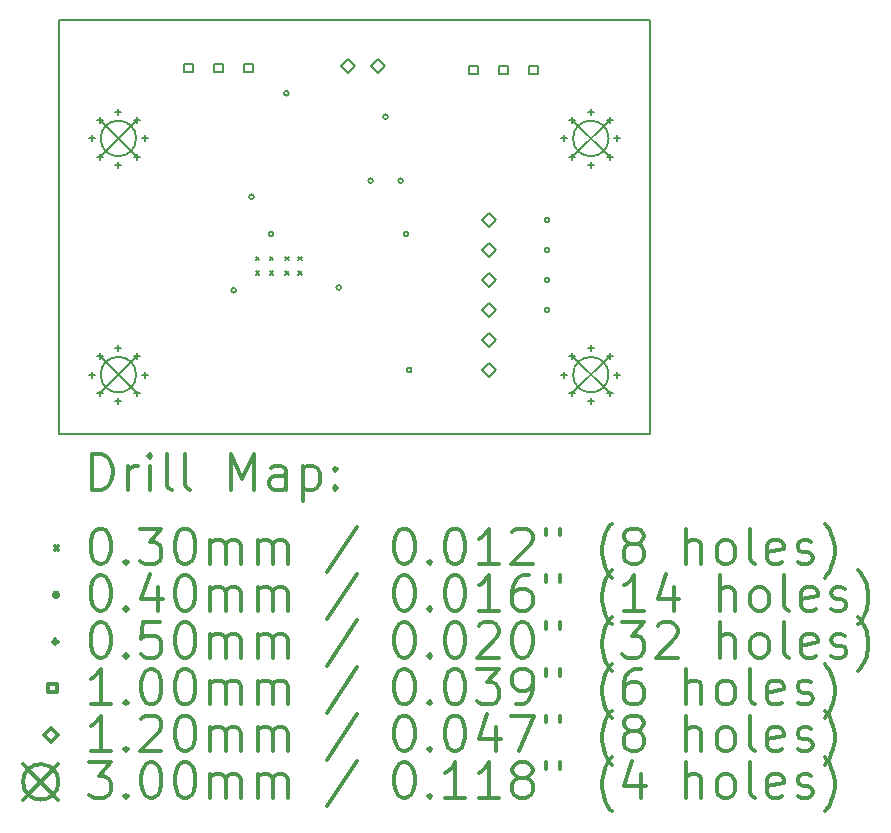
<source format=gbr>
%FSLAX45Y45*%
G04 Gerber Fmt 4.5, Leading zero omitted, Abs format (unit mm)*
G04 Created by KiCad (PCBNEW 5.0.0) date Sun Oct 21 13:37:43 2018*
%MOMM*%
%LPD*%
G01*
G04 APERTURE LIST*
%ADD10C,0.150000*%
%ADD11C,0.200000*%
%ADD12C,0.300000*%
G04 APERTURE END LIST*
D10*
X18313007Y-12266029D02*
X13313007Y-12266029D01*
X18313007Y-8766029D02*
X18313007Y-12266029D01*
X13313007Y-8766029D02*
X18313007Y-8766029D01*
X13313007Y-12266029D02*
X13313007Y-8766029D01*
D11*
X14975007Y-10768529D02*
X15005007Y-10798529D01*
X15005007Y-10768529D02*
X14975007Y-10798529D01*
X14975007Y-10888529D02*
X15005007Y-10918529D01*
X15005007Y-10888529D02*
X14975007Y-10918529D01*
X15095007Y-10768529D02*
X15125007Y-10798529D01*
X15125007Y-10768529D02*
X15095007Y-10798529D01*
X15095007Y-10888529D02*
X15125007Y-10918529D01*
X15125007Y-10888529D02*
X15095007Y-10918529D01*
X15225007Y-10768529D02*
X15255007Y-10798529D01*
X15255007Y-10768529D02*
X15225007Y-10798529D01*
X15225007Y-10888529D02*
X15255007Y-10918529D01*
X15255007Y-10888529D02*
X15225007Y-10918529D01*
X15335007Y-10768529D02*
X15365007Y-10798529D01*
X15365007Y-10768529D02*
X15335007Y-10798529D01*
X15335007Y-10888529D02*
X15365007Y-10918529D01*
X15365007Y-10888529D02*
X15335007Y-10918529D01*
X14809007Y-11052529D02*
G75*
G03X14809007Y-11052529I-20000J0D01*
G01*
X14960000Y-10260000D02*
G75*
G03X14960000Y-10260000I-20000J0D01*
G01*
X15126507Y-10573529D02*
G75*
G03X15126507Y-10573529I-20000J0D01*
G01*
X15255000Y-9384000D02*
G75*
G03X15255000Y-9384000I-20000J0D01*
G01*
X15698007Y-11028029D02*
G75*
G03X15698007Y-11028029I-20000J0D01*
G01*
X15968000Y-10123000D02*
G75*
G03X15968000Y-10123000I-20000J0D01*
G01*
X16095000Y-9583000D02*
G75*
G03X16095000Y-9583000I-20000J0D01*
G01*
X16222000Y-10123000D02*
G75*
G03X16222000Y-10123000I-20000J0D01*
G01*
X16269507Y-10573529D02*
G75*
G03X16269507Y-10573529I-20000J0D01*
G01*
X16295507Y-11726529D02*
G75*
G03X16295507Y-11726529I-20000J0D01*
G01*
X17462407Y-10456529D02*
G75*
G03X17462407Y-10456529I-20000J0D01*
G01*
X17462407Y-10710529D02*
G75*
G03X17462407Y-10710529I-20000J0D01*
G01*
X17462407Y-10964529D02*
G75*
G03X17462407Y-10964529I-20000J0D01*
G01*
X17462407Y-11218529D02*
G75*
G03X17462407Y-11218529I-20000J0D01*
G01*
X13588007Y-9741029D02*
X13588007Y-9791029D01*
X13563007Y-9766029D02*
X13613007Y-9766029D01*
X13653908Y-9581930D02*
X13653908Y-9631930D01*
X13628908Y-9606930D02*
X13678908Y-9606930D01*
X13653908Y-9900128D02*
X13653908Y-9950128D01*
X13628908Y-9925128D02*
X13678908Y-9925128D01*
X13813007Y-9516029D02*
X13813007Y-9566029D01*
X13788007Y-9541029D02*
X13838007Y-9541029D01*
X13813007Y-9966029D02*
X13813007Y-10016029D01*
X13788007Y-9991029D02*
X13838007Y-9991029D01*
X13972106Y-9581930D02*
X13972106Y-9631930D01*
X13947106Y-9606930D02*
X13997106Y-9606930D01*
X13972106Y-9900128D02*
X13972106Y-9950128D01*
X13947106Y-9925128D02*
X13997106Y-9925128D01*
X14038007Y-9741029D02*
X14038007Y-9791029D01*
X14013007Y-9766029D02*
X14063007Y-9766029D01*
X17588007Y-11741029D02*
X17588007Y-11791029D01*
X17563007Y-11766029D02*
X17613007Y-11766029D01*
X17653908Y-11581930D02*
X17653908Y-11631930D01*
X17628908Y-11606930D02*
X17678908Y-11606930D01*
X17653908Y-11900128D02*
X17653908Y-11950128D01*
X17628908Y-11925128D02*
X17678908Y-11925128D01*
X17813007Y-11516029D02*
X17813007Y-11566029D01*
X17788007Y-11541029D02*
X17838007Y-11541029D01*
X17813007Y-11966029D02*
X17813007Y-12016029D01*
X17788007Y-11991029D02*
X17838007Y-11991029D01*
X17972106Y-11581930D02*
X17972106Y-11631930D01*
X17947106Y-11606930D02*
X17997106Y-11606930D01*
X17972106Y-11900128D02*
X17972106Y-11950128D01*
X17947106Y-11925128D02*
X17997106Y-11925128D01*
X18038007Y-11741029D02*
X18038007Y-11791029D01*
X18013007Y-11766029D02*
X18063007Y-11766029D01*
X17588007Y-9741029D02*
X17588007Y-9791029D01*
X17563007Y-9766029D02*
X17613007Y-9766029D01*
X17653908Y-9581930D02*
X17653908Y-9631930D01*
X17628908Y-9606930D02*
X17678908Y-9606930D01*
X17653908Y-9900128D02*
X17653908Y-9950128D01*
X17628908Y-9925128D02*
X17678908Y-9925128D01*
X17813007Y-9516029D02*
X17813007Y-9566029D01*
X17788007Y-9541029D02*
X17838007Y-9541029D01*
X17813007Y-9966029D02*
X17813007Y-10016029D01*
X17788007Y-9991029D02*
X17838007Y-9991029D01*
X17972106Y-9581930D02*
X17972106Y-9631930D01*
X17947106Y-9606930D02*
X17997106Y-9606930D01*
X17972106Y-9900128D02*
X17972106Y-9950128D01*
X17947106Y-9925128D02*
X17997106Y-9925128D01*
X18038007Y-9741029D02*
X18038007Y-9791029D01*
X18013007Y-9766029D02*
X18063007Y-9766029D01*
X13588007Y-11741029D02*
X13588007Y-11791029D01*
X13563007Y-11766029D02*
X13613007Y-11766029D01*
X13653908Y-11581930D02*
X13653908Y-11631930D01*
X13628908Y-11606930D02*
X13678908Y-11606930D01*
X13653908Y-11900128D02*
X13653908Y-11950128D01*
X13628908Y-11925128D02*
X13678908Y-11925128D01*
X13813007Y-11516029D02*
X13813007Y-11566029D01*
X13788007Y-11541029D02*
X13838007Y-11541029D01*
X13813007Y-11966029D02*
X13813007Y-12016029D01*
X13788007Y-11991029D02*
X13838007Y-11991029D01*
X13972106Y-11581930D02*
X13972106Y-11631930D01*
X13947106Y-11606930D02*
X13997106Y-11606930D01*
X13972106Y-11900128D02*
X13972106Y-11950128D01*
X13947106Y-11925128D02*
X13997106Y-11925128D01*
X14038007Y-11741029D02*
X14038007Y-11791029D01*
X14013007Y-11766029D02*
X14063007Y-11766029D01*
X16856363Y-9221885D02*
X16856363Y-9151174D01*
X16785652Y-9151174D01*
X16785652Y-9221885D01*
X16856363Y-9221885D01*
X17110363Y-9221885D02*
X17110363Y-9151174D01*
X17039652Y-9151174D01*
X17039652Y-9221885D01*
X17110363Y-9221885D01*
X17364363Y-9221885D02*
X17364363Y-9151174D01*
X17293652Y-9151174D01*
X17293652Y-9221885D01*
X17364363Y-9221885D01*
X14443363Y-9206885D02*
X14443363Y-9136174D01*
X14372651Y-9136174D01*
X14372651Y-9206885D01*
X14443363Y-9206885D01*
X14697363Y-9206885D02*
X14697363Y-9136174D01*
X14626651Y-9136174D01*
X14626651Y-9206885D01*
X14697363Y-9206885D01*
X14951363Y-9206885D02*
X14951363Y-9136174D01*
X14880651Y-9136174D01*
X14880651Y-9206885D01*
X14951363Y-9206885D01*
X15757500Y-9214500D02*
X15817500Y-9154500D01*
X15757500Y-9094500D01*
X15697500Y-9154500D01*
X15757500Y-9214500D01*
X16011500Y-9214500D02*
X16071500Y-9154500D01*
X16011500Y-9094500D01*
X15951500Y-9154500D01*
X16011500Y-9214500D01*
X16948007Y-10516529D02*
X17008007Y-10456529D01*
X16948007Y-10396529D01*
X16888007Y-10456529D01*
X16948007Y-10516529D01*
X16948007Y-10770529D02*
X17008007Y-10710529D01*
X16948007Y-10650529D01*
X16888007Y-10710529D01*
X16948007Y-10770529D01*
X16948007Y-11024529D02*
X17008007Y-10964529D01*
X16948007Y-10904529D01*
X16888007Y-10964529D01*
X16948007Y-11024529D01*
X16948007Y-11278529D02*
X17008007Y-11218529D01*
X16948007Y-11158529D01*
X16888007Y-11218529D01*
X16948007Y-11278529D01*
X16948007Y-11532529D02*
X17008007Y-11472529D01*
X16948007Y-11412529D01*
X16888007Y-11472529D01*
X16948007Y-11532529D01*
X16948007Y-11786529D02*
X17008007Y-11726529D01*
X16948007Y-11666529D01*
X16888007Y-11726529D01*
X16948007Y-11786529D01*
X17663007Y-9616029D02*
X17963007Y-9916029D01*
X17963007Y-9616029D02*
X17663007Y-9916029D01*
X17963007Y-9766029D02*
G75*
G03X17963007Y-9766029I-150000J0D01*
G01*
X13663007Y-11616029D02*
X13963007Y-11916029D01*
X13963007Y-11616029D02*
X13663007Y-11916029D01*
X13963007Y-11766029D02*
G75*
G03X13963007Y-11766029I-150000J0D01*
G01*
X13663007Y-9616029D02*
X13963007Y-9916029D01*
X13963007Y-9616029D02*
X13663007Y-9916029D01*
X13963007Y-9766029D02*
G75*
G03X13963007Y-9766029I-150000J0D01*
G01*
X17663007Y-11616029D02*
X17963007Y-11916029D01*
X17963007Y-11616029D02*
X17663007Y-11916029D01*
X17963007Y-11766029D02*
G75*
G03X17963007Y-11766029I-150000J0D01*
G01*
D12*
X13591936Y-12739244D02*
X13591936Y-12439244D01*
X13663364Y-12439244D01*
X13706221Y-12453529D01*
X13734793Y-12482101D01*
X13749078Y-12510672D01*
X13763364Y-12567815D01*
X13763364Y-12610672D01*
X13749078Y-12667815D01*
X13734793Y-12696386D01*
X13706221Y-12724958D01*
X13663364Y-12739244D01*
X13591936Y-12739244D01*
X13891936Y-12739244D02*
X13891936Y-12539244D01*
X13891936Y-12596386D02*
X13906221Y-12567815D01*
X13920507Y-12553529D01*
X13949078Y-12539244D01*
X13977650Y-12539244D01*
X14077650Y-12739244D02*
X14077650Y-12539244D01*
X14077650Y-12439244D02*
X14063364Y-12453529D01*
X14077650Y-12467815D01*
X14091936Y-12453529D01*
X14077650Y-12439244D01*
X14077650Y-12467815D01*
X14263364Y-12739244D02*
X14234793Y-12724958D01*
X14220507Y-12696386D01*
X14220507Y-12439244D01*
X14420507Y-12739244D02*
X14391936Y-12724958D01*
X14377650Y-12696386D01*
X14377650Y-12439244D01*
X14763364Y-12739244D02*
X14763364Y-12439244D01*
X14863364Y-12653529D01*
X14963364Y-12439244D01*
X14963364Y-12739244D01*
X15234793Y-12739244D02*
X15234793Y-12582101D01*
X15220507Y-12553529D01*
X15191936Y-12539244D01*
X15134793Y-12539244D01*
X15106221Y-12553529D01*
X15234793Y-12724958D02*
X15206221Y-12739244D01*
X15134793Y-12739244D01*
X15106221Y-12724958D01*
X15091936Y-12696386D01*
X15091936Y-12667815D01*
X15106221Y-12639244D01*
X15134793Y-12624958D01*
X15206221Y-12624958D01*
X15234793Y-12610672D01*
X15377650Y-12539244D02*
X15377650Y-12839244D01*
X15377650Y-12553529D02*
X15406221Y-12539244D01*
X15463364Y-12539244D01*
X15491936Y-12553529D01*
X15506221Y-12567815D01*
X15520507Y-12596386D01*
X15520507Y-12682101D01*
X15506221Y-12710672D01*
X15491936Y-12724958D01*
X15463364Y-12739244D01*
X15406221Y-12739244D01*
X15377650Y-12724958D01*
X15649078Y-12710672D02*
X15663364Y-12724958D01*
X15649078Y-12739244D01*
X15634793Y-12724958D01*
X15649078Y-12710672D01*
X15649078Y-12739244D01*
X15649078Y-12553529D02*
X15663364Y-12567815D01*
X15649078Y-12582101D01*
X15634793Y-12567815D01*
X15649078Y-12553529D01*
X15649078Y-12582101D01*
X13275507Y-13218529D02*
X13305507Y-13248529D01*
X13305507Y-13218529D02*
X13275507Y-13248529D01*
X13649078Y-13069244D02*
X13677650Y-13069244D01*
X13706221Y-13083529D01*
X13720507Y-13097815D01*
X13734793Y-13126386D01*
X13749078Y-13183529D01*
X13749078Y-13254958D01*
X13734793Y-13312101D01*
X13720507Y-13340672D01*
X13706221Y-13354958D01*
X13677650Y-13369244D01*
X13649078Y-13369244D01*
X13620507Y-13354958D01*
X13606221Y-13340672D01*
X13591936Y-13312101D01*
X13577650Y-13254958D01*
X13577650Y-13183529D01*
X13591936Y-13126386D01*
X13606221Y-13097815D01*
X13620507Y-13083529D01*
X13649078Y-13069244D01*
X13877650Y-13340672D02*
X13891936Y-13354958D01*
X13877650Y-13369244D01*
X13863364Y-13354958D01*
X13877650Y-13340672D01*
X13877650Y-13369244D01*
X13991936Y-13069244D02*
X14177650Y-13069244D01*
X14077650Y-13183529D01*
X14120507Y-13183529D01*
X14149078Y-13197815D01*
X14163364Y-13212101D01*
X14177650Y-13240672D01*
X14177650Y-13312101D01*
X14163364Y-13340672D01*
X14149078Y-13354958D01*
X14120507Y-13369244D01*
X14034793Y-13369244D01*
X14006221Y-13354958D01*
X13991936Y-13340672D01*
X14363364Y-13069244D02*
X14391936Y-13069244D01*
X14420507Y-13083529D01*
X14434793Y-13097815D01*
X14449078Y-13126386D01*
X14463364Y-13183529D01*
X14463364Y-13254958D01*
X14449078Y-13312101D01*
X14434793Y-13340672D01*
X14420507Y-13354958D01*
X14391936Y-13369244D01*
X14363364Y-13369244D01*
X14334793Y-13354958D01*
X14320507Y-13340672D01*
X14306221Y-13312101D01*
X14291936Y-13254958D01*
X14291936Y-13183529D01*
X14306221Y-13126386D01*
X14320507Y-13097815D01*
X14334793Y-13083529D01*
X14363364Y-13069244D01*
X14591936Y-13369244D02*
X14591936Y-13169244D01*
X14591936Y-13197815D02*
X14606221Y-13183529D01*
X14634793Y-13169244D01*
X14677650Y-13169244D01*
X14706221Y-13183529D01*
X14720507Y-13212101D01*
X14720507Y-13369244D01*
X14720507Y-13212101D02*
X14734793Y-13183529D01*
X14763364Y-13169244D01*
X14806221Y-13169244D01*
X14834793Y-13183529D01*
X14849078Y-13212101D01*
X14849078Y-13369244D01*
X14991936Y-13369244D02*
X14991936Y-13169244D01*
X14991936Y-13197815D02*
X15006221Y-13183529D01*
X15034793Y-13169244D01*
X15077650Y-13169244D01*
X15106221Y-13183529D01*
X15120507Y-13212101D01*
X15120507Y-13369244D01*
X15120507Y-13212101D02*
X15134793Y-13183529D01*
X15163364Y-13169244D01*
X15206221Y-13169244D01*
X15234793Y-13183529D01*
X15249078Y-13212101D01*
X15249078Y-13369244D01*
X15834793Y-13054958D02*
X15577650Y-13440672D01*
X16220507Y-13069244D02*
X16249078Y-13069244D01*
X16277650Y-13083529D01*
X16291936Y-13097815D01*
X16306221Y-13126386D01*
X16320507Y-13183529D01*
X16320507Y-13254958D01*
X16306221Y-13312101D01*
X16291936Y-13340672D01*
X16277650Y-13354958D01*
X16249078Y-13369244D01*
X16220507Y-13369244D01*
X16191936Y-13354958D01*
X16177650Y-13340672D01*
X16163364Y-13312101D01*
X16149078Y-13254958D01*
X16149078Y-13183529D01*
X16163364Y-13126386D01*
X16177650Y-13097815D01*
X16191936Y-13083529D01*
X16220507Y-13069244D01*
X16449078Y-13340672D02*
X16463364Y-13354958D01*
X16449078Y-13369244D01*
X16434793Y-13354958D01*
X16449078Y-13340672D01*
X16449078Y-13369244D01*
X16649078Y-13069244D02*
X16677650Y-13069244D01*
X16706221Y-13083529D01*
X16720507Y-13097815D01*
X16734793Y-13126386D01*
X16749078Y-13183529D01*
X16749078Y-13254958D01*
X16734793Y-13312101D01*
X16720507Y-13340672D01*
X16706221Y-13354958D01*
X16677650Y-13369244D01*
X16649078Y-13369244D01*
X16620507Y-13354958D01*
X16606221Y-13340672D01*
X16591936Y-13312101D01*
X16577650Y-13254958D01*
X16577650Y-13183529D01*
X16591936Y-13126386D01*
X16606221Y-13097815D01*
X16620507Y-13083529D01*
X16649078Y-13069244D01*
X17034793Y-13369244D02*
X16863364Y-13369244D01*
X16949079Y-13369244D02*
X16949079Y-13069244D01*
X16920507Y-13112101D01*
X16891936Y-13140672D01*
X16863364Y-13154958D01*
X17149079Y-13097815D02*
X17163364Y-13083529D01*
X17191936Y-13069244D01*
X17263364Y-13069244D01*
X17291936Y-13083529D01*
X17306221Y-13097815D01*
X17320507Y-13126386D01*
X17320507Y-13154958D01*
X17306221Y-13197815D01*
X17134793Y-13369244D01*
X17320507Y-13369244D01*
X17434793Y-13069244D02*
X17434793Y-13126386D01*
X17549079Y-13069244D02*
X17549079Y-13126386D01*
X17991936Y-13483529D02*
X17977650Y-13469244D01*
X17949079Y-13426386D01*
X17934793Y-13397815D01*
X17920507Y-13354958D01*
X17906221Y-13283529D01*
X17906221Y-13226386D01*
X17920507Y-13154958D01*
X17934793Y-13112101D01*
X17949079Y-13083529D01*
X17977650Y-13040672D01*
X17991936Y-13026386D01*
X18149079Y-13197815D02*
X18120507Y-13183529D01*
X18106221Y-13169244D01*
X18091936Y-13140672D01*
X18091936Y-13126386D01*
X18106221Y-13097815D01*
X18120507Y-13083529D01*
X18149079Y-13069244D01*
X18206221Y-13069244D01*
X18234793Y-13083529D01*
X18249079Y-13097815D01*
X18263364Y-13126386D01*
X18263364Y-13140672D01*
X18249079Y-13169244D01*
X18234793Y-13183529D01*
X18206221Y-13197815D01*
X18149079Y-13197815D01*
X18120507Y-13212101D01*
X18106221Y-13226386D01*
X18091936Y-13254958D01*
X18091936Y-13312101D01*
X18106221Y-13340672D01*
X18120507Y-13354958D01*
X18149079Y-13369244D01*
X18206221Y-13369244D01*
X18234793Y-13354958D01*
X18249079Y-13340672D01*
X18263364Y-13312101D01*
X18263364Y-13254958D01*
X18249079Y-13226386D01*
X18234793Y-13212101D01*
X18206221Y-13197815D01*
X18620507Y-13369244D02*
X18620507Y-13069244D01*
X18749079Y-13369244D02*
X18749079Y-13212101D01*
X18734793Y-13183529D01*
X18706221Y-13169244D01*
X18663364Y-13169244D01*
X18634793Y-13183529D01*
X18620507Y-13197815D01*
X18934793Y-13369244D02*
X18906221Y-13354958D01*
X18891936Y-13340672D01*
X18877650Y-13312101D01*
X18877650Y-13226386D01*
X18891936Y-13197815D01*
X18906221Y-13183529D01*
X18934793Y-13169244D01*
X18977650Y-13169244D01*
X19006221Y-13183529D01*
X19020507Y-13197815D01*
X19034793Y-13226386D01*
X19034793Y-13312101D01*
X19020507Y-13340672D01*
X19006221Y-13354958D01*
X18977650Y-13369244D01*
X18934793Y-13369244D01*
X19206221Y-13369244D02*
X19177650Y-13354958D01*
X19163364Y-13326386D01*
X19163364Y-13069244D01*
X19434793Y-13354958D02*
X19406221Y-13369244D01*
X19349079Y-13369244D01*
X19320507Y-13354958D01*
X19306221Y-13326386D01*
X19306221Y-13212101D01*
X19320507Y-13183529D01*
X19349079Y-13169244D01*
X19406221Y-13169244D01*
X19434793Y-13183529D01*
X19449079Y-13212101D01*
X19449079Y-13240672D01*
X19306221Y-13269244D01*
X19563364Y-13354958D02*
X19591936Y-13369244D01*
X19649079Y-13369244D01*
X19677650Y-13354958D01*
X19691936Y-13326386D01*
X19691936Y-13312101D01*
X19677650Y-13283529D01*
X19649079Y-13269244D01*
X19606221Y-13269244D01*
X19577650Y-13254958D01*
X19563364Y-13226386D01*
X19563364Y-13212101D01*
X19577650Y-13183529D01*
X19606221Y-13169244D01*
X19649079Y-13169244D01*
X19677650Y-13183529D01*
X19791936Y-13483529D02*
X19806221Y-13469244D01*
X19834793Y-13426386D01*
X19849079Y-13397815D01*
X19863364Y-13354958D01*
X19877650Y-13283529D01*
X19877650Y-13226386D01*
X19863364Y-13154958D01*
X19849079Y-13112101D01*
X19834793Y-13083529D01*
X19806221Y-13040672D01*
X19791936Y-13026386D01*
X13305507Y-13629529D02*
G75*
G03X13305507Y-13629529I-20000J0D01*
G01*
X13649078Y-13465244D02*
X13677650Y-13465244D01*
X13706221Y-13479529D01*
X13720507Y-13493815D01*
X13734793Y-13522386D01*
X13749078Y-13579529D01*
X13749078Y-13650958D01*
X13734793Y-13708101D01*
X13720507Y-13736672D01*
X13706221Y-13750958D01*
X13677650Y-13765244D01*
X13649078Y-13765244D01*
X13620507Y-13750958D01*
X13606221Y-13736672D01*
X13591936Y-13708101D01*
X13577650Y-13650958D01*
X13577650Y-13579529D01*
X13591936Y-13522386D01*
X13606221Y-13493815D01*
X13620507Y-13479529D01*
X13649078Y-13465244D01*
X13877650Y-13736672D02*
X13891936Y-13750958D01*
X13877650Y-13765244D01*
X13863364Y-13750958D01*
X13877650Y-13736672D01*
X13877650Y-13765244D01*
X14149078Y-13565244D02*
X14149078Y-13765244D01*
X14077650Y-13450958D02*
X14006221Y-13665244D01*
X14191936Y-13665244D01*
X14363364Y-13465244D02*
X14391936Y-13465244D01*
X14420507Y-13479529D01*
X14434793Y-13493815D01*
X14449078Y-13522386D01*
X14463364Y-13579529D01*
X14463364Y-13650958D01*
X14449078Y-13708101D01*
X14434793Y-13736672D01*
X14420507Y-13750958D01*
X14391936Y-13765244D01*
X14363364Y-13765244D01*
X14334793Y-13750958D01*
X14320507Y-13736672D01*
X14306221Y-13708101D01*
X14291936Y-13650958D01*
X14291936Y-13579529D01*
X14306221Y-13522386D01*
X14320507Y-13493815D01*
X14334793Y-13479529D01*
X14363364Y-13465244D01*
X14591936Y-13765244D02*
X14591936Y-13565244D01*
X14591936Y-13593815D02*
X14606221Y-13579529D01*
X14634793Y-13565244D01*
X14677650Y-13565244D01*
X14706221Y-13579529D01*
X14720507Y-13608101D01*
X14720507Y-13765244D01*
X14720507Y-13608101D02*
X14734793Y-13579529D01*
X14763364Y-13565244D01*
X14806221Y-13565244D01*
X14834793Y-13579529D01*
X14849078Y-13608101D01*
X14849078Y-13765244D01*
X14991936Y-13765244D02*
X14991936Y-13565244D01*
X14991936Y-13593815D02*
X15006221Y-13579529D01*
X15034793Y-13565244D01*
X15077650Y-13565244D01*
X15106221Y-13579529D01*
X15120507Y-13608101D01*
X15120507Y-13765244D01*
X15120507Y-13608101D02*
X15134793Y-13579529D01*
X15163364Y-13565244D01*
X15206221Y-13565244D01*
X15234793Y-13579529D01*
X15249078Y-13608101D01*
X15249078Y-13765244D01*
X15834793Y-13450958D02*
X15577650Y-13836672D01*
X16220507Y-13465244D02*
X16249078Y-13465244D01*
X16277650Y-13479529D01*
X16291936Y-13493815D01*
X16306221Y-13522386D01*
X16320507Y-13579529D01*
X16320507Y-13650958D01*
X16306221Y-13708101D01*
X16291936Y-13736672D01*
X16277650Y-13750958D01*
X16249078Y-13765244D01*
X16220507Y-13765244D01*
X16191936Y-13750958D01*
X16177650Y-13736672D01*
X16163364Y-13708101D01*
X16149078Y-13650958D01*
X16149078Y-13579529D01*
X16163364Y-13522386D01*
X16177650Y-13493815D01*
X16191936Y-13479529D01*
X16220507Y-13465244D01*
X16449078Y-13736672D02*
X16463364Y-13750958D01*
X16449078Y-13765244D01*
X16434793Y-13750958D01*
X16449078Y-13736672D01*
X16449078Y-13765244D01*
X16649078Y-13465244D02*
X16677650Y-13465244D01*
X16706221Y-13479529D01*
X16720507Y-13493815D01*
X16734793Y-13522386D01*
X16749078Y-13579529D01*
X16749078Y-13650958D01*
X16734793Y-13708101D01*
X16720507Y-13736672D01*
X16706221Y-13750958D01*
X16677650Y-13765244D01*
X16649078Y-13765244D01*
X16620507Y-13750958D01*
X16606221Y-13736672D01*
X16591936Y-13708101D01*
X16577650Y-13650958D01*
X16577650Y-13579529D01*
X16591936Y-13522386D01*
X16606221Y-13493815D01*
X16620507Y-13479529D01*
X16649078Y-13465244D01*
X17034793Y-13765244D02*
X16863364Y-13765244D01*
X16949079Y-13765244D02*
X16949079Y-13465244D01*
X16920507Y-13508101D01*
X16891936Y-13536672D01*
X16863364Y-13550958D01*
X17291936Y-13465244D02*
X17234793Y-13465244D01*
X17206221Y-13479529D01*
X17191936Y-13493815D01*
X17163364Y-13536672D01*
X17149079Y-13593815D01*
X17149079Y-13708101D01*
X17163364Y-13736672D01*
X17177650Y-13750958D01*
X17206221Y-13765244D01*
X17263364Y-13765244D01*
X17291936Y-13750958D01*
X17306221Y-13736672D01*
X17320507Y-13708101D01*
X17320507Y-13636672D01*
X17306221Y-13608101D01*
X17291936Y-13593815D01*
X17263364Y-13579529D01*
X17206221Y-13579529D01*
X17177650Y-13593815D01*
X17163364Y-13608101D01*
X17149079Y-13636672D01*
X17434793Y-13465244D02*
X17434793Y-13522386D01*
X17549079Y-13465244D02*
X17549079Y-13522386D01*
X17991936Y-13879529D02*
X17977650Y-13865244D01*
X17949079Y-13822386D01*
X17934793Y-13793815D01*
X17920507Y-13750958D01*
X17906221Y-13679529D01*
X17906221Y-13622386D01*
X17920507Y-13550958D01*
X17934793Y-13508101D01*
X17949079Y-13479529D01*
X17977650Y-13436672D01*
X17991936Y-13422386D01*
X18263364Y-13765244D02*
X18091936Y-13765244D01*
X18177650Y-13765244D02*
X18177650Y-13465244D01*
X18149079Y-13508101D01*
X18120507Y-13536672D01*
X18091936Y-13550958D01*
X18520507Y-13565244D02*
X18520507Y-13765244D01*
X18449079Y-13450958D02*
X18377650Y-13665244D01*
X18563364Y-13665244D01*
X18906221Y-13765244D02*
X18906221Y-13465244D01*
X19034793Y-13765244D02*
X19034793Y-13608101D01*
X19020507Y-13579529D01*
X18991936Y-13565244D01*
X18949079Y-13565244D01*
X18920507Y-13579529D01*
X18906221Y-13593815D01*
X19220507Y-13765244D02*
X19191936Y-13750958D01*
X19177650Y-13736672D01*
X19163364Y-13708101D01*
X19163364Y-13622386D01*
X19177650Y-13593815D01*
X19191936Y-13579529D01*
X19220507Y-13565244D01*
X19263364Y-13565244D01*
X19291936Y-13579529D01*
X19306221Y-13593815D01*
X19320507Y-13622386D01*
X19320507Y-13708101D01*
X19306221Y-13736672D01*
X19291936Y-13750958D01*
X19263364Y-13765244D01*
X19220507Y-13765244D01*
X19491936Y-13765244D02*
X19463364Y-13750958D01*
X19449079Y-13722386D01*
X19449079Y-13465244D01*
X19720507Y-13750958D02*
X19691936Y-13765244D01*
X19634793Y-13765244D01*
X19606221Y-13750958D01*
X19591936Y-13722386D01*
X19591936Y-13608101D01*
X19606221Y-13579529D01*
X19634793Y-13565244D01*
X19691936Y-13565244D01*
X19720507Y-13579529D01*
X19734793Y-13608101D01*
X19734793Y-13636672D01*
X19591936Y-13665244D01*
X19849079Y-13750958D02*
X19877650Y-13765244D01*
X19934793Y-13765244D01*
X19963364Y-13750958D01*
X19977650Y-13722386D01*
X19977650Y-13708101D01*
X19963364Y-13679529D01*
X19934793Y-13665244D01*
X19891936Y-13665244D01*
X19863364Y-13650958D01*
X19849079Y-13622386D01*
X19849079Y-13608101D01*
X19863364Y-13579529D01*
X19891936Y-13565244D01*
X19934793Y-13565244D01*
X19963364Y-13579529D01*
X20077650Y-13879529D02*
X20091936Y-13865244D01*
X20120507Y-13822386D01*
X20134793Y-13793815D01*
X20149079Y-13750958D01*
X20163364Y-13679529D01*
X20163364Y-13622386D01*
X20149079Y-13550958D01*
X20134793Y-13508101D01*
X20120507Y-13479529D01*
X20091936Y-13436672D01*
X20077650Y-13422386D01*
X13280507Y-14000529D02*
X13280507Y-14050529D01*
X13255507Y-14025529D02*
X13305507Y-14025529D01*
X13649078Y-13861244D02*
X13677650Y-13861244D01*
X13706221Y-13875529D01*
X13720507Y-13889815D01*
X13734793Y-13918386D01*
X13749078Y-13975529D01*
X13749078Y-14046958D01*
X13734793Y-14104101D01*
X13720507Y-14132672D01*
X13706221Y-14146958D01*
X13677650Y-14161244D01*
X13649078Y-14161244D01*
X13620507Y-14146958D01*
X13606221Y-14132672D01*
X13591936Y-14104101D01*
X13577650Y-14046958D01*
X13577650Y-13975529D01*
X13591936Y-13918386D01*
X13606221Y-13889815D01*
X13620507Y-13875529D01*
X13649078Y-13861244D01*
X13877650Y-14132672D02*
X13891936Y-14146958D01*
X13877650Y-14161244D01*
X13863364Y-14146958D01*
X13877650Y-14132672D01*
X13877650Y-14161244D01*
X14163364Y-13861244D02*
X14020507Y-13861244D01*
X14006221Y-14004101D01*
X14020507Y-13989815D01*
X14049078Y-13975529D01*
X14120507Y-13975529D01*
X14149078Y-13989815D01*
X14163364Y-14004101D01*
X14177650Y-14032672D01*
X14177650Y-14104101D01*
X14163364Y-14132672D01*
X14149078Y-14146958D01*
X14120507Y-14161244D01*
X14049078Y-14161244D01*
X14020507Y-14146958D01*
X14006221Y-14132672D01*
X14363364Y-13861244D02*
X14391936Y-13861244D01*
X14420507Y-13875529D01*
X14434793Y-13889815D01*
X14449078Y-13918386D01*
X14463364Y-13975529D01*
X14463364Y-14046958D01*
X14449078Y-14104101D01*
X14434793Y-14132672D01*
X14420507Y-14146958D01*
X14391936Y-14161244D01*
X14363364Y-14161244D01*
X14334793Y-14146958D01*
X14320507Y-14132672D01*
X14306221Y-14104101D01*
X14291936Y-14046958D01*
X14291936Y-13975529D01*
X14306221Y-13918386D01*
X14320507Y-13889815D01*
X14334793Y-13875529D01*
X14363364Y-13861244D01*
X14591936Y-14161244D02*
X14591936Y-13961244D01*
X14591936Y-13989815D02*
X14606221Y-13975529D01*
X14634793Y-13961244D01*
X14677650Y-13961244D01*
X14706221Y-13975529D01*
X14720507Y-14004101D01*
X14720507Y-14161244D01*
X14720507Y-14004101D02*
X14734793Y-13975529D01*
X14763364Y-13961244D01*
X14806221Y-13961244D01*
X14834793Y-13975529D01*
X14849078Y-14004101D01*
X14849078Y-14161244D01*
X14991936Y-14161244D02*
X14991936Y-13961244D01*
X14991936Y-13989815D02*
X15006221Y-13975529D01*
X15034793Y-13961244D01*
X15077650Y-13961244D01*
X15106221Y-13975529D01*
X15120507Y-14004101D01*
X15120507Y-14161244D01*
X15120507Y-14004101D02*
X15134793Y-13975529D01*
X15163364Y-13961244D01*
X15206221Y-13961244D01*
X15234793Y-13975529D01*
X15249078Y-14004101D01*
X15249078Y-14161244D01*
X15834793Y-13846958D02*
X15577650Y-14232672D01*
X16220507Y-13861244D02*
X16249078Y-13861244D01*
X16277650Y-13875529D01*
X16291936Y-13889815D01*
X16306221Y-13918386D01*
X16320507Y-13975529D01*
X16320507Y-14046958D01*
X16306221Y-14104101D01*
X16291936Y-14132672D01*
X16277650Y-14146958D01*
X16249078Y-14161244D01*
X16220507Y-14161244D01*
X16191936Y-14146958D01*
X16177650Y-14132672D01*
X16163364Y-14104101D01*
X16149078Y-14046958D01*
X16149078Y-13975529D01*
X16163364Y-13918386D01*
X16177650Y-13889815D01*
X16191936Y-13875529D01*
X16220507Y-13861244D01*
X16449078Y-14132672D02*
X16463364Y-14146958D01*
X16449078Y-14161244D01*
X16434793Y-14146958D01*
X16449078Y-14132672D01*
X16449078Y-14161244D01*
X16649078Y-13861244D02*
X16677650Y-13861244D01*
X16706221Y-13875529D01*
X16720507Y-13889815D01*
X16734793Y-13918386D01*
X16749078Y-13975529D01*
X16749078Y-14046958D01*
X16734793Y-14104101D01*
X16720507Y-14132672D01*
X16706221Y-14146958D01*
X16677650Y-14161244D01*
X16649078Y-14161244D01*
X16620507Y-14146958D01*
X16606221Y-14132672D01*
X16591936Y-14104101D01*
X16577650Y-14046958D01*
X16577650Y-13975529D01*
X16591936Y-13918386D01*
X16606221Y-13889815D01*
X16620507Y-13875529D01*
X16649078Y-13861244D01*
X16863364Y-13889815D02*
X16877650Y-13875529D01*
X16906221Y-13861244D01*
X16977650Y-13861244D01*
X17006221Y-13875529D01*
X17020507Y-13889815D01*
X17034793Y-13918386D01*
X17034793Y-13946958D01*
X17020507Y-13989815D01*
X16849079Y-14161244D01*
X17034793Y-14161244D01*
X17220507Y-13861244D02*
X17249079Y-13861244D01*
X17277650Y-13875529D01*
X17291936Y-13889815D01*
X17306221Y-13918386D01*
X17320507Y-13975529D01*
X17320507Y-14046958D01*
X17306221Y-14104101D01*
X17291936Y-14132672D01*
X17277650Y-14146958D01*
X17249079Y-14161244D01*
X17220507Y-14161244D01*
X17191936Y-14146958D01*
X17177650Y-14132672D01*
X17163364Y-14104101D01*
X17149079Y-14046958D01*
X17149079Y-13975529D01*
X17163364Y-13918386D01*
X17177650Y-13889815D01*
X17191936Y-13875529D01*
X17220507Y-13861244D01*
X17434793Y-13861244D02*
X17434793Y-13918386D01*
X17549079Y-13861244D02*
X17549079Y-13918386D01*
X17991936Y-14275529D02*
X17977650Y-14261244D01*
X17949079Y-14218386D01*
X17934793Y-14189815D01*
X17920507Y-14146958D01*
X17906221Y-14075529D01*
X17906221Y-14018386D01*
X17920507Y-13946958D01*
X17934793Y-13904101D01*
X17949079Y-13875529D01*
X17977650Y-13832672D01*
X17991936Y-13818386D01*
X18077650Y-13861244D02*
X18263364Y-13861244D01*
X18163364Y-13975529D01*
X18206221Y-13975529D01*
X18234793Y-13989815D01*
X18249079Y-14004101D01*
X18263364Y-14032672D01*
X18263364Y-14104101D01*
X18249079Y-14132672D01*
X18234793Y-14146958D01*
X18206221Y-14161244D01*
X18120507Y-14161244D01*
X18091936Y-14146958D01*
X18077650Y-14132672D01*
X18377650Y-13889815D02*
X18391936Y-13875529D01*
X18420507Y-13861244D01*
X18491936Y-13861244D01*
X18520507Y-13875529D01*
X18534793Y-13889815D01*
X18549079Y-13918386D01*
X18549079Y-13946958D01*
X18534793Y-13989815D01*
X18363364Y-14161244D01*
X18549079Y-14161244D01*
X18906221Y-14161244D02*
X18906221Y-13861244D01*
X19034793Y-14161244D02*
X19034793Y-14004101D01*
X19020507Y-13975529D01*
X18991936Y-13961244D01*
X18949079Y-13961244D01*
X18920507Y-13975529D01*
X18906221Y-13989815D01*
X19220507Y-14161244D02*
X19191936Y-14146958D01*
X19177650Y-14132672D01*
X19163364Y-14104101D01*
X19163364Y-14018386D01*
X19177650Y-13989815D01*
X19191936Y-13975529D01*
X19220507Y-13961244D01*
X19263364Y-13961244D01*
X19291936Y-13975529D01*
X19306221Y-13989815D01*
X19320507Y-14018386D01*
X19320507Y-14104101D01*
X19306221Y-14132672D01*
X19291936Y-14146958D01*
X19263364Y-14161244D01*
X19220507Y-14161244D01*
X19491936Y-14161244D02*
X19463364Y-14146958D01*
X19449079Y-14118386D01*
X19449079Y-13861244D01*
X19720507Y-14146958D02*
X19691936Y-14161244D01*
X19634793Y-14161244D01*
X19606221Y-14146958D01*
X19591936Y-14118386D01*
X19591936Y-14004101D01*
X19606221Y-13975529D01*
X19634793Y-13961244D01*
X19691936Y-13961244D01*
X19720507Y-13975529D01*
X19734793Y-14004101D01*
X19734793Y-14032672D01*
X19591936Y-14061244D01*
X19849079Y-14146958D02*
X19877650Y-14161244D01*
X19934793Y-14161244D01*
X19963364Y-14146958D01*
X19977650Y-14118386D01*
X19977650Y-14104101D01*
X19963364Y-14075529D01*
X19934793Y-14061244D01*
X19891936Y-14061244D01*
X19863364Y-14046958D01*
X19849079Y-14018386D01*
X19849079Y-14004101D01*
X19863364Y-13975529D01*
X19891936Y-13961244D01*
X19934793Y-13961244D01*
X19963364Y-13975529D01*
X20077650Y-14275529D02*
X20091936Y-14261244D01*
X20120507Y-14218386D01*
X20134793Y-14189815D01*
X20149079Y-14146958D01*
X20163364Y-14075529D01*
X20163364Y-14018386D01*
X20149079Y-13946958D01*
X20134793Y-13904101D01*
X20120507Y-13875529D01*
X20091936Y-13832672D01*
X20077650Y-13818386D01*
X13290863Y-14456885D02*
X13290863Y-14386174D01*
X13220151Y-14386174D01*
X13220151Y-14456885D01*
X13290863Y-14456885D01*
X13749078Y-14557244D02*
X13577650Y-14557244D01*
X13663364Y-14557244D02*
X13663364Y-14257244D01*
X13634793Y-14300101D01*
X13606221Y-14328672D01*
X13577650Y-14342958D01*
X13877650Y-14528672D02*
X13891936Y-14542958D01*
X13877650Y-14557244D01*
X13863364Y-14542958D01*
X13877650Y-14528672D01*
X13877650Y-14557244D01*
X14077650Y-14257244D02*
X14106221Y-14257244D01*
X14134793Y-14271529D01*
X14149078Y-14285815D01*
X14163364Y-14314386D01*
X14177650Y-14371529D01*
X14177650Y-14442958D01*
X14163364Y-14500101D01*
X14149078Y-14528672D01*
X14134793Y-14542958D01*
X14106221Y-14557244D01*
X14077650Y-14557244D01*
X14049078Y-14542958D01*
X14034793Y-14528672D01*
X14020507Y-14500101D01*
X14006221Y-14442958D01*
X14006221Y-14371529D01*
X14020507Y-14314386D01*
X14034793Y-14285815D01*
X14049078Y-14271529D01*
X14077650Y-14257244D01*
X14363364Y-14257244D02*
X14391936Y-14257244D01*
X14420507Y-14271529D01*
X14434793Y-14285815D01*
X14449078Y-14314386D01*
X14463364Y-14371529D01*
X14463364Y-14442958D01*
X14449078Y-14500101D01*
X14434793Y-14528672D01*
X14420507Y-14542958D01*
X14391936Y-14557244D01*
X14363364Y-14557244D01*
X14334793Y-14542958D01*
X14320507Y-14528672D01*
X14306221Y-14500101D01*
X14291936Y-14442958D01*
X14291936Y-14371529D01*
X14306221Y-14314386D01*
X14320507Y-14285815D01*
X14334793Y-14271529D01*
X14363364Y-14257244D01*
X14591936Y-14557244D02*
X14591936Y-14357244D01*
X14591936Y-14385815D02*
X14606221Y-14371529D01*
X14634793Y-14357244D01*
X14677650Y-14357244D01*
X14706221Y-14371529D01*
X14720507Y-14400101D01*
X14720507Y-14557244D01*
X14720507Y-14400101D02*
X14734793Y-14371529D01*
X14763364Y-14357244D01*
X14806221Y-14357244D01*
X14834793Y-14371529D01*
X14849078Y-14400101D01*
X14849078Y-14557244D01*
X14991936Y-14557244D02*
X14991936Y-14357244D01*
X14991936Y-14385815D02*
X15006221Y-14371529D01*
X15034793Y-14357244D01*
X15077650Y-14357244D01*
X15106221Y-14371529D01*
X15120507Y-14400101D01*
X15120507Y-14557244D01*
X15120507Y-14400101D02*
X15134793Y-14371529D01*
X15163364Y-14357244D01*
X15206221Y-14357244D01*
X15234793Y-14371529D01*
X15249078Y-14400101D01*
X15249078Y-14557244D01*
X15834793Y-14242958D02*
X15577650Y-14628672D01*
X16220507Y-14257244D02*
X16249078Y-14257244D01*
X16277650Y-14271529D01*
X16291936Y-14285815D01*
X16306221Y-14314386D01*
X16320507Y-14371529D01*
X16320507Y-14442958D01*
X16306221Y-14500101D01*
X16291936Y-14528672D01*
X16277650Y-14542958D01*
X16249078Y-14557244D01*
X16220507Y-14557244D01*
X16191936Y-14542958D01*
X16177650Y-14528672D01*
X16163364Y-14500101D01*
X16149078Y-14442958D01*
X16149078Y-14371529D01*
X16163364Y-14314386D01*
X16177650Y-14285815D01*
X16191936Y-14271529D01*
X16220507Y-14257244D01*
X16449078Y-14528672D02*
X16463364Y-14542958D01*
X16449078Y-14557244D01*
X16434793Y-14542958D01*
X16449078Y-14528672D01*
X16449078Y-14557244D01*
X16649078Y-14257244D02*
X16677650Y-14257244D01*
X16706221Y-14271529D01*
X16720507Y-14285815D01*
X16734793Y-14314386D01*
X16749078Y-14371529D01*
X16749078Y-14442958D01*
X16734793Y-14500101D01*
X16720507Y-14528672D01*
X16706221Y-14542958D01*
X16677650Y-14557244D01*
X16649078Y-14557244D01*
X16620507Y-14542958D01*
X16606221Y-14528672D01*
X16591936Y-14500101D01*
X16577650Y-14442958D01*
X16577650Y-14371529D01*
X16591936Y-14314386D01*
X16606221Y-14285815D01*
X16620507Y-14271529D01*
X16649078Y-14257244D01*
X16849079Y-14257244D02*
X17034793Y-14257244D01*
X16934793Y-14371529D01*
X16977650Y-14371529D01*
X17006221Y-14385815D01*
X17020507Y-14400101D01*
X17034793Y-14428672D01*
X17034793Y-14500101D01*
X17020507Y-14528672D01*
X17006221Y-14542958D01*
X16977650Y-14557244D01*
X16891936Y-14557244D01*
X16863364Y-14542958D01*
X16849079Y-14528672D01*
X17177650Y-14557244D02*
X17234793Y-14557244D01*
X17263364Y-14542958D01*
X17277650Y-14528672D01*
X17306221Y-14485815D01*
X17320507Y-14428672D01*
X17320507Y-14314386D01*
X17306221Y-14285815D01*
X17291936Y-14271529D01*
X17263364Y-14257244D01*
X17206221Y-14257244D01*
X17177650Y-14271529D01*
X17163364Y-14285815D01*
X17149079Y-14314386D01*
X17149079Y-14385815D01*
X17163364Y-14414386D01*
X17177650Y-14428672D01*
X17206221Y-14442958D01*
X17263364Y-14442958D01*
X17291936Y-14428672D01*
X17306221Y-14414386D01*
X17320507Y-14385815D01*
X17434793Y-14257244D02*
X17434793Y-14314386D01*
X17549079Y-14257244D02*
X17549079Y-14314386D01*
X17991936Y-14671529D02*
X17977650Y-14657244D01*
X17949079Y-14614386D01*
X17934793Y-14585815D01*
X17920507Y-14542958D01*
X17906221Y-14471529D01*
X17906221Y-14414386D01*
X17920507Y-14342958D01*
X17934793Y-14300101D01*
X17949079Y-14271529D01*
X17977650Y-14228672D01*
X17991936Y-14214386D01*
X18234793Y-14257244D02*
X18177650Y-14257244D01*
X18149079Y-14271529D01*
X18134793Y-14285815D01*
X18106221Y-14328672D01*
X18091936Y-14385815D01*
X18091936Y-14500101D01*
X18106221Y-14528672D01*
X18120507Y-14542958D01*
X18149079Y-14557244D01*
X18206221Y-14557244D01*
X18234793Y-14542958D01*
X18249079Y-14528672D01*
X18263364Y-14500101D01*
X18263364Y-14428672D01*
X18249079Y-14400101D01*
X18234793Y-14385815D01*
X18206221Y-14371529D01*
X18149079Y-14371529D01*
X18120507Y-14385815D01*
X18106221Y-14400101D01*
X18091936Y-14428672D01*
X18620507Y-14557244D02*
X18620507Y-14257244D01*
X18749079Y-14557244D02*
X18749079Y-14400101D01*
X18734793Y-14371529D01*
X18706221Y-14357244D01*
X18663364Y-14357244D01*
X18634793Y-14371529D01*
X18620507Y-14385815D01*
X18934793Y-14557244D02*
X18906221Y-14542958D01*
X18891936Y-14528672D01*
X18877650Y-14500101D01*
X18877650Y-14414386D01*
X18891936Y-14385815D01*
X18906221Y-14371529D01*
X18934793Y-14357244D01*
X18977650Y-14357244D01*
X19006221Y-14371529D01*
X19020507Y-14385815D01*
X19034793Y-14414386D01*
X19034793Y-14500101D01*
X19020507Y-14528672D01*
X19006221Y-14542958D01*
X18977650Y-14557244D01*
X18934793Y-14557244D01*
X19206221Y-14557244D02*
X19177650Y-14542958D01*
X19163364Y-14514386D01*
X19163364Y-14257244D01*
X19434793Y-14542958D02*
X19406221Y-14557244D01*
X19349079Y-14557244D01*
X19320507Y-14542958D01*
X19306221Y-14514386D01*
X19306221Y-14400101D01*
X19320507Y-14371529D01*
X19349079Y-14357244D01*
X19406221Y-14357244D01*
X19434793Y-14371529D01*
X19449079Y-14400101D01*
X19449079Y-14428672D01*
X19306221Y-14457244D01*
X19563364Y-14542958D02*
X19591936Y-14557244D01*
X19649079Y-14557244D01*
X19677650Y-14542958D01*
X19691936Y-14514386D01*
X19691936Y-14500101D01*
X19677650Y-14471529D01*
X19649079Y-14457244D01*
X19606221Y-14457244D01*
X19577650Y-14442958D01*
X19563364Y-14414386D01*
X19563364Y-14400101D01*
X19577650Y-14371529D01*
X19606221Y-14357244D01*
X19649079Y-14357244D01*
X19677650Y-14371529D01*
X19791936Y-14671529D02*
X19806221Y-14657244D01*
X19834793Y-14614386D01*
X19849079Y-14585815D01*
X19863364Y-14542958D01*
X19877650Y-14471529D01*
X19877650Y-14414386D01*
X19863364Y-14342958D01*
X19849079Y-14300101D01*
X19834793Y-14271529D01*
X19806221Y-14228672D01*
X19791936Y-14214386D01*
X13245507Y-14877529D02*
X13305507Y-14817529D01*
X13245507Y-14757529D01*
X13185507Y-14817529D01*
X13245507Y-14877529D01*
X13749078Y-14953244D02*
X13577650Y-14953244D01*
X13663364Y-14953244D02*
X13663364Y-14653244D01*
X13634793Y-14696101D01*
X13606221Y-14724672D01*
X13577650Y-14738958D01*
X13877650Y-14924672D02*
X13891936Y-14938958D01*
X13877650Y-14953244D01*
X13863364Y-14938958D01*
X13877650Y-14924672D01*
X13877650Y-14953244D01*
X14006221Y-14681815D02*
X14020507Y-14667529D01*
X14049078Y-14653244D01*
X14120507Y-14653244D01*
X14149078Y-14667529D01*
X14163364Y-14681815D01*
X14177650Y-14710386D01*
X14177650Y-14738958D01*
X14163364Y-14781815D01*
X13991936Y-14953244D01*
X14177650Y-14953244D01*
X14363364Y-14653244D02*
X14391936Y-14653244D01*
X14420507Y-14667529D01*
X14434793Y-14681815D01*
X14449078Y-14710386D01*
X14463364Y-14767529D01*
X14463364Y-14838958D01*
X14449078Y-14896101D01*
X14434793Y-14924672D01*
X14420507Y-14938958D01*
X14391936Y-14953244D01*
X14363364Y-14953244D01*
X14334793Y-14938958D01*
X14320507Y-14924672D01*
X14306221Y-14896101D01*
X14291936Y-14838958D01*
X14291936Y-14767529D01*
X14306221Y-14710386D01*
X14320507Y-14681815D01*
X14334793Y-14667529D01*
X14363364Y-14653244D01*
X14591936Y-14953244D02*
X14591936Y-14753244D01*
X14591936Y-14781815D02*
X14606221Y-14767529D01*
X14634793Y-14753244D01*
X14677650Y-14753244D01*
X14706221Y-14767529D01*
X14720507Y-14796101D01*
X14720507Y-14953244D01*
X14720507Y-14796101D02*
X14734793Y-14767529D01*
X14763364Y-14753244D01*
X14806221Y-14753244D01*
X14834793Y-14767529D01*
X14849078Y-14796101D01*
X14849078Y-14953244D01*
X14991936Y-14953244D02*
X14991936Y-14753244D01*
X14991936Y-14781815D02*
X15006221Y-14767529D01*
X15034793Y-14753244D01*
X15077650Y-14753244D01*
X15106221Y-14767529D01*
X15120507Y-14796101D01*
X15120507Y-14953244D01*
X15120507Y-14796101D02*
X15134793Y-14767529D01*
X15163364Y-14753244D01*
X15206221Y-14753244D01*
X15234793Y-14767529D01*
X15249078Y-14796101D01*
X15249078Y-14953244D01*
X15834793Y-14638958D02*
X15577650Y-15024672D01*
X16220507Y-14653244D02*
X16249078Y-14653244D01*
X16277650Y-14667529D01*
X16291936Y-14681815D01*
X16306221Y-14710386D01*
X16320507Y-14767529D01*
X16320507Y-14838958D01*
X16306221Y-14896101D01*
X16291936Y-14924672D01*
X16277650Y-14938958D01*
X16249078Y-14953244D01*
X16220507Y-14953244D01*
X16191936Y-14938958D01*
X16177650Y-14924672D01*
X16163364Y-14896101D01*
X16149078Y-14838958D01*
X16149078Y-14767529D01*
X16163364Y-14710386D01*
X16177650Y-14681815D01*
X16191936Y-14667529D01*
X16220507Y-14653244D01*
X16449078Y-14924672D02*
X16463364Y-14938958D01*
X16449078Y-14953244D01*
X16434793Y-14938958D01*
X16449078Y-14924672D01*
X16449078Y-14953244D01*
X16649078Y-14653244D02*
X16677650Y-14653244D01*
X16706221Y-14667529D01*
X16720507Y-14681815D01*
X16734793Y-14710386D01*
X16749078Y-14767529D01*
X16749078Y-14838958D01*
X16734793Y-14896101D01*
X16720507Y-14924672D01*
X16706221Y-14938958D01*
X16677650Y-14953244D01*
X16649078Y-14953244D01*
X16620507Y-14938958D01*
X16606221Y-14924672D01*
X16591936Y-14896101D01*
X16577650Y-14838958D01*
X16577650Y-14767529D01*
X16591936Y-14710386D01*
X16606221Y-14681815D01*
X16620507Y-14667529D01*
X16649078Y-14653244D01*
X17006221Y-14753244D02*
X17006221Y-14953244D01*
X16934793Y-14638958D02*
X16863364Y-14853244D01*
X17049079Y-14853244D01*
X17134793Y-14653244D02*
X17334793Y-14653244D01*
X17206221Y-14953244D01*
X17434793Y-14653244D02*
X17434793Y-14710386D01*
X17549079Y-14653244D02*
X17549079Y-14710386D01*
X17991936Y-15067529D02*
X17977650Y-15053244D01*
X17949079Y-15010386D01*
X17934793Y-14981815D01*
X17920507Y-14938958D01*
X17906221Y-14867529D01*
X17906221Y-14810386D01*
X17920507Y-14738958D01*
X17934793Y-14696101D01*
X17949079Y-14667529D01*
X17977650Y-14624672D01*
X17991936Y-14610386D01*
X18149079Y-14781815D02*
X18120507Y-14767529D01*
X18106221Y-14753244D01*
X18091936Y-14724672D01*
X18091936Y-14710386D01*
X18106221Y-14681815D01*
X18120507Y-14667529D01*
X18149079Y-14653244D01*
X18206221Y-14653244D01*
X18234793Y-14667529D01*
X18249079Y-14681815D01*
X18263364Y-14710386D01*
X18263364Y-14724672D01*
X18249079Y-14753244D01*
X18234793Y-14767529D01*
X18206221Y-14781815D01*
X18149079Y-14781815D01*
X18120507Y-14796101D01*
X18106221Y-14810386D01*
X18091936Y-14838958D01*
X18091936Y-14896101D01*
X18106221Y-14924672D01*
X18120507Y-14938958D01*
X18149079Y-14953244D01*
X18206221Y-14953244D01*
X18234793Y-14938958D01*
X18249079Y-14924672D01*
X18263364Y-14896101D01*
X18263364Y-14838958D01*
X18249079Y-14810386D01*
X18234793Y-14796101D01*
X18206221Y-14781815D01*
X18620507Y-14953244D02*
X18620507Y-14653244D01*
X18749079Y-14953244D02*
X18749079Y-14796101D01*
X18734793Y-14767529D01*
X18706221Y-14753244D01*
X18663364Y-14753244D01*
X18634793Y-14767529D01*
X18620507Y-14781815D01*
X18934793Y-14953244D02*
X18906221Y-14938958D01*
X18891936Y-14924672D01*
X18877650Y-14896101D01*
X18877650Y-14810386D01*
X18891936Y-14781815D01*
X18906221Y-14767529D01*
X18934793Y-14753244D01*
X18977650Y-14753244D01*
X19006221Y-14767529D01*
X19020507Y-14781815D01*
X19034793Y-14810386D01*
X19034793Y-14896101D01*
X19020507Y-14924672D01*
X19006221Y-14938958D01*
X18977650Y-14953244D01*
X18934793Y-14953244D01*
X19206221Y-14953244D02*
X19177650Y-14938958D01*
X19163364Y-14910386D01*
X19163364Y-14653244D01*
X19434793Y-14938958D02*
X19406221Y-14953244D01*
X19349079Y-14953244D01*
X19320507Y-14938958D01*
X19306221Y-14910386D01*
X19306221Y-14796101D01*
X19320507Y-14767529D01*
X19349079Y-14753244D01*
X19406221Y-14753244D01*
X19434793Y-14767529D01*
X19449079Y-14796101D01*
X19449079Y-14824672D01*
X19306221Y-14853244D01*
X19563364Y-14938958D02*
X19591936Y-14953244D01*
X19649079Y-14953244D01*
X19677650Y-14938958D01*
X19691936Y-14910386D01*
X19691936Y-14896101D01*
X19677650Y-14867529D01*
X19649079Y-14853244D01*
X19606221Y-14853244D01*
X19577650Y-14838958D01*
X19563364Y-14810386D01*
X19563364Y-14796101D01*
X19577650Y-14767529D01*
X19606221Y-14753244D01*
X19649079Y-14753244D01*
X19677650Y-14767529D01*
X19791936Y-15067529D02*
X19806221Y-15053244D01*
X19834793Y-15010386D01*
X19849079Y-14981815D01*
X19863364Y-14938958D01*
X19877650Y-14867529D01*
X19877650Y-14810386D01*
X19863364Y-14738958D01*
X19849079Y-14696101D01*
X19834793Y-14667529D01*
X19806221Y-14624672D01*
X19791936Y-14610386D01*
X13005507Y-15063529D02*
X13305507Y-15363529D01*
X13305507Y-15063529D02*
X13005507Y-15363529D01*
X13305507Y-15213529D02*
G75*
G03X13305507Y-15213529I-150000J0D01*
G01*
X13563364Y-15049244D02*
X13749078Y-15049244D01*
X13649078Y-15163529D01*
X13691936Y-15163529D01*
X13720507Y-15177815D01*
X13734793Y-15192101D01*
X13749078Y-15220672D01*
X13749078Y-15292101D01*
X13734793Y-15320672D01*
X13720507Y-15334958D01*
X13691936Y-15349244D01*
X13606221Y-15349244D01*
X13577650Y-15334958D01*
X13563364Y-15320672D01*
X13877650Y-15320672D02*
X13891936Y-15334958D01*
X13877650Y-15349244D01*
X13863364Y-15334958D01*
X13877650Y-15320672D01*
X13877650Y-15349244D01*
X14077650Y-15049244D02*
X14106221Y-15049244D01*
X14134793Y-15063529D01*
X14149078Y-15077815D01*
X14163364Y-15106386D01*
X14177650Y-15163529D01*
X14177650Y-15234958D01*
X14163364Y-15292101D01*
X14149078Y-15320672D01*
X14134793Y-15334958D01*
X14106221Y-15349244D01*
X14077650Y-15349244D01*
X14049078Y-15334958D01*
X14034793Y-15320672D01*
X14020507Y-15292101D01*
X14006221Y-15234958D01*
X14006221Y-15163529D01*
X14020507Y-15106386D01*
X14034793Y-15077815D01*
X14049078Y-15063529D01*
X14077650Y-15049244D01*
X14363364Y-15049244D02*
X14391936Y-15049244D01*
X14420507Y-15063529D01*
X14434793Y-15077815D01*
X14449078Y-15106386D01*
X14463364Y-15163529D01*
X14463364Y-15234958D01*
X14449078Y-15292101D01*
X14434793Y-15320672D01*
X14420507Y-15334958D01*
X14391936Y-15349244D01*
X14363364Y-15349244D01*
X14334793Y-15334958D01*
X14320507Y-15320672D01*
X14306221Y-15292101D01*
X14291936Y-15234958D01*
X14291936Y-15163529D01*
X14306221Y-15106386D01*
X14320507Y-15077815D01*
X14334793Y-15063529D01*
X14363364Y-15049244D01*
X14591936Y-15349244D02*
X14591936Y-15149244D01*
X14591936Y-15177815D02*
X14606221Y-15163529D01*
X14634793Y-15149244D01*
X14677650Y-15149244D01*
X14706221Y-15163529D01*
X14720507Y-15192101D01*
X14720507Y-15349244D01*
X14720507Y-15192101D02*
X14734793Y-15163529D01*
X14763364Y-15149244D01*
X14806221Y-15149244D01*
X14834793Y-15163529D01*
X14849078Y-15192101D01*
X14849078Y-15349244D01*
X14991936Y-15349244D02*
X14991936Y-15149244D01*
X14991936Y-15177815D02*
X15006221Y-15163529D01*
X15034793Y-15149244D01*
X15077650Y-15149244D01*
X15106221Y-15163529D01*
X15120507Y-15192101D01*
X15120507Y-15349244D01*
X15120507Y-15192101D02*
X15134793Y-15163529D01*
X15163364Y-15149244D01*
X15206221Y-15149244D01*
X15234793Y-15163529D01*
X15249078Y-15192101D01*
X15249078Y-15349244D01*
X15834793Y-15034958D02*
X15577650Y-15420672D01*
X16220507Y-15049244D02*
X16249078Y-15049244D01*
X16277650Y-15063529D01*
X16291936Y-15077815D01*
X16306221Y-15106386D01*
X16320507Y-15163529D01*
X16320507Y-15234958D01*
X16306221Y-15292101D01*
X16291936Y-15320672D01*
X16277650Y-15334958D01*
X16249078Y-15349244D01*
X16220507Y-15349244D01*
X16191936Y-15334958D01*
X16177650Y-15320672D01*
X16163364Y-15292101D01*
X16149078Y-15234958D01*
X16149078Y-15163529D01*
X16163364Y-15106386D01*
X16177650Y-15077815D01*
X16191936Y-15063529D01*
X16220507Y-15049244D01*
X16449078Y-15320672D02*
X16463364Y-15334958D01*
X16449078Y-15349244D01*
X16434793Y-15334958D01*
X16449078Y-15320672D01*
X16449078Y-15349244D01*
X16749078Y-15349244D02*
X16577650Y-15349244D01*
X16663364Y-15349244D02*
X16663364Y-15049244D01*
X16634793Y-15092101D01*
X16606221Y-15120672D01*
X16577650Y-15134958D01*
X17034793Y-15349244D02*
X16863364Y-15349244D01*
X16949079Y-15349244D02*
X16949079Y-15049244D01*
X16920507Y-15092101D01*
X16891936Y-15120672D01*
X16863364Y-15134958D01*
X17206221Y-15177815D02*
X17177650Y-15163529D01*
X17163364Y-15149244D01*
X17149079Y-15120672D01*
X17149079Y-15106386D01*
X17163364Y-15077815D01*
X17177650Y-15063529D01*
X17206221Y-15049244D01*
X17263364Y-15049244D01*
X17291936Y-15063529D01*
X17306221Y-15077815D01*
X17320507Y-15106386D01*
X17320507Y-15120672D01*
X17306221Y-15149244D01*
X17291936Y-15163529D01*
X17263364Y-15177815D01*
X17206221Y-15177815D01*
X17177650Y-15192101D01*
X17163364Y-15206386D01*
X17149079Y-15234958D01*
X17149079Y-15292101D01*
X17163364Y-15320672D01*
X17177650Y-15334958D01*
X17206221Y-15349244D01*
X17263364Y-15349244D01*
X17291936Y-15334958D01*
X17306221Y-15320672D01*
X17320507Y-15292101D01*
X17320507Y-15234958D01*
X17306221Y-15206386D01*
X17291936Y-15192101D01*
X17263364Y-15177815D01*
X17434793Y-15049244D02*
X17434793Y-15106386D01*
X17549079Y-15049244D02*
X17549079Y-15106386D01*
X17991936Y-15463529D02*
X17977650Y-15449244D01*
X17949079Y-15406386D01*
X17934793Y-15377815D01*
X17920507Y-15334958D01*
X17906221Y-15263529D01*
X17906221Y-15206386D01*
X17920507Y-15134958D01*
X17934793Y-15092101D01*
X17949079Y-15063529D01*
X17977650Y-15020672D01*
X17991936Y-15006386D01*
X18234793Y-15149244D02*
X18234793Y-15349244D01*
X18163364Y-15034958D02*
X18091936Y-15249244D01*
X18277650Y-15249244D01*
X18620507Y-15349244D02*
X18620507Y-15049244D01*
X18749079Y-15349244D02*
X18749079Y-15192101D01*
X18734793Y-15163529D01*
X18706221Y-15149244D01*
X18663364Y-15149244D01*
X18634793Y-15163529D01*
X18620507Y-15177815D01*
X18934793Y-15349244D02*
X18906221Y-15334958D01*
X18891936Y-15320672D01*
X18877650Y-15292101D01*
X18877650Y-15206386D01*
X18891936Y-15177815D01*
X18906221Y-15163529D01*
X18934793Y-15149244D01*
X18977650Y-15149244D01*
X19006221Y-15163529D01*
X19020507Y-15177815D01*
X19034793Y-15206386D01*
X19034793Y-15292101D01*
X19020507Y-15320672D01*
X19006221Y-15334958D01*
X18977650Y-15349244D01*
X18934793Y-15349244D01*
X19206221Y-15349244D02*
X19177650Y-15334958D01*
X19163364Y-15306386D01*
X19163364Y-15049244D01*
X19434793Y-15334958D02*
X19406221Y-15349244D01*
X19349079Y-15349244D01*
X19320507Y-15334958D01*
X19306221Y-15306386D01*
X19306221Y-15192101D01*
X19320507Y-15163529D01*
X19349079Y-15149244D01*
X19406221Y-15149244D01*
X19434793Y-15163529D01*
X19449079Y-15192101D01*
X19449079Y-15220672D01*
X19306221Y-15249244D01*
X19563364Y-15334958D02*
X19591936Y-15349244D01*
X19649079Y-15349244D01*
X19677650Y-15334958D01*
X19691936Y-15306386D01*
X19691936Y-15292101D01*
X19677650Y-15263529D01*
X19649079Y-15249244D01*
X19606221Y-15249244D01*
X19577650Y-15234958D01*
X19563364Y-15206386D01*
X19563364Y-15192101D01*
X19577650Y-15163529D01*
X19606221Y-15149244D01*
X19649079Y-15149244D01*
X19677650Y-15163529D01*
X19791936Y-15463529D02*
X19806221Y-15449244D01*
X19834793Y-15406386D01*
X19849079Y-15377815D01*
X19863364Y-15334958D01*
X19877650Y-15263529D01*
X19877650Y-15206386D01*
X19863364Y-15134958D01*
X19849079Y-15092101D01*
X19834793Y-15063529D01*
X19806221Y-15020672D01*
X19791936Y-15006386D01*
M02*

</source>
